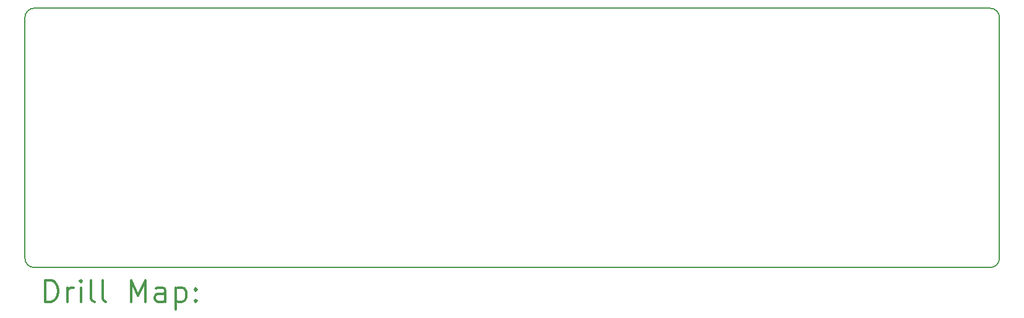
<source format=gbr>
%FSLAX45Y45*%
G04 Gerber Fmt 4.5, Leading zero omitted, Abs format (unit mm)*
G04 Created by KiCad (PCBNEW (5.0.1)-3) date 12/04/2019 12:40:24*
%MOMM*%
%LPD*%
G01*
G04 APERTURE LIST*
%ADD10C,0.150000*%
%ADD11C,0.200000*%
%ADD12C,0.300000*%
G04 APERTURE END LIST*
D10*
X8001000Y-14986000D02*
G75*
G02X7874000Y-14859000I0J127000D01*
G01*
X7874000Y-11557000D02*
G75*
G02X8001000Y-11430000I127000J0D01*
G01*
X21209000Y-14859000D02*
G75*
G02X21082000Y-14986000I-127000J0D01*
G01*
X21082000Y-11430000D02*
G75*
G02X21209000Y-11557000I0J-127000D01*
G01*
X7874000Y-11557000D02*
X7874000Y-14859000D01*
X21082000Y-11430000D02*
X8001000Y-11430000D01*
X21209000Y-14859000D02*
X21209000Y-11557000D01*
X8001000Y-14986000D02*
X21082000Y-14986000D01*
D11*
D12*
X8152928Y-15459214D02*
X8152928Y-15159214D01*
X8224357Y-15159214D01*
X8267214Y-15173500D01*
X8295786Y-15202071D01*
X8310071Y-15230643D01*
X8324357Y-15287786D01*
X8324357Y-15330643D01*
X8310071Y-15387786D01*
X8295786Y-15416357D01*
X8267214Y-15444929D01*
X8224357Y-15459214D01*
X8152928Y-15459214D01*
X8452928Y-15459214D02*
X8452928Y-15259214D01*
X8452928Y-15316357D02*
X8467214Y-15287786D01*
X8481500Y-15273500D01*
X8510071Y-15259214D01*
X8538643Y-15259214D01*
X8638643Y-15459214D02*
X8638643Y-15259214D01*
X8638643Y-15159214D02*
X8624357Y-15173500D01*
X8638643Y-15187786D01*
X8652928Y-15173500D01*
X8638643Y-15159214D01*
X8638643Y-15187786D01*
X8824357Y-15459214D02*
X8795786Y-15444929D01*
X8781500Y-15416357D01*
X8781500Y-15159214D01*
X8981500Y-15459214D02*
X8952928Y-15444929D01*
X8938643Y-15416357D01*
X8938643Y-15159214D01*
X9324357Y-15459214D02*
X9324357Y-15159214D01*
X9424357Y-15373500D01*
X9524357Y-15159214D01*
X9524357Y-15459214D01*
X9795786Y-15459214D02*
X9795786Y-15302071D01*
X9781500Y-15273500D01*
X9752928Y-15259214D01*
X9695786Y-15259214D01*
X9667214Y-15273500D01*
X9795786Y-15444929D02*
X9767214Y-15459214D01*
X9695786Y-15459214D01*
X9667214Y-15444929D01*
X9652928Y-15416357D01*
X9652928Y-15387786D01*
X9667214Y-15359214D01*
X9695786Y-15344929D01*
X9767214Y-15344929D01*
X9795786Y-15330643D01*
X9938643Y-15259214D02*
X9938643Y-15559214D01*
X9938643Y-15273500D02*
X9967214Y-15259214D01*
X10024357Y-15259214D01*
X10052928Y-15273500D01*
X10067214Y-15287786D01*
X10081500Y-15316357D01*
X10081500Y-15402071D01*
X10067214Y-15430643D01*
X10052928Y-15444929D01*
X10024357Y-15459214D01*
X9967214Y-15459214D01*
X9938643Y-15444929D01*
X10210071Y-15430643D02*
X10224357Y-15444929D01*
X10210071Y-15459214D01*
X10195786Y-15444929D01*
X10210071Y-15430643D01*
X10210071Y-15459214D01*
X10210071Y-15273500D02*
X10224357Y-15287786D01*
X10210071Y-15302071D01*
X10195786Y-15287786D01*
X10210071Y-15273500D01*
X10210071Y-15302071D01*
M02*

</source>
